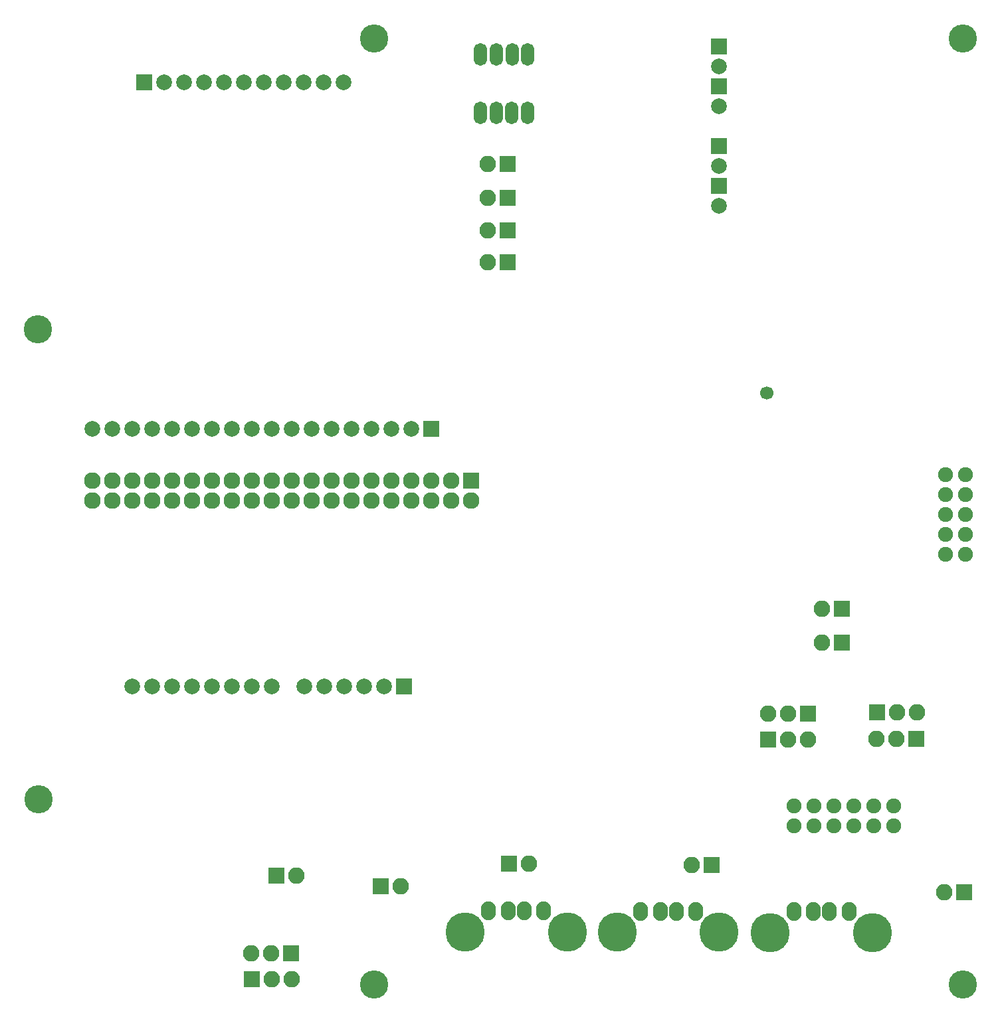
<source format=gbs>
G04 #@! TF.FileFunction,Soldermask,Bot*
%FSLAX46Y46*%
G04 Gerber Fmt 4.6, Leading zero omitted, Abs format (unit mm)*
G04 Created by KiCad (PCBNEW 4.0.0-rc1-stable) date 10.2.2017 11:41:21*
%MOMM*%
G01*
G04 APERTURE LIST*
%ADD10C,0.100000*%
%ADD11C,3.600000*%
%ADD12C,1.906220*%
%ADD13R,2.100000X2.100000*%
%ADD14O,2.100000X2.100000*%
%ADD15C,5.000000*%
%ADD16O,1.900000X2.400000*%
%ADD17C,2.000000*%
%ADD18R,2.000000X2.000000*%
%ADD19O,1.700000X2.900000*%
%ADD20C,1.700000*%
%ADD21R,2.127200X2.127200*%
%ADD22O,2.127200X2.127200*%
G04 APERTURE END LIST*
D10*
D11*
X121790460Y124650500D03*
X121790460Y4000500D03*
X46809660Y4000500D03*
X46809660Y124650500D03*
X3980180Y87596980D03*
X4051300Y27637740D03*
D12*
X113030000Y24206200D03*
X113030000Y26746200D03*
X100330000Y24206200D03*
X100330000Y26746200D03*
X102870000Y24206200D03*
X102870000Y26746200D03*
X105410000Y24206200D03*
X105410000Y26746200D03*
X107950000Y24206200D03*
X107950000Y26746200D03*
X110490000Y24206200D03*
X110490000Y26746200D03*
D13*
X63969900Y19431000D03*
D14*
X66509900Y19431000D03*
D13*
X34404300Y17907000D03*
D14*
X36944300Y17907000D03*
D13*
X89781380Y19286220D03*
D14*
X87241380Y19286220D03*
D13*
X122034300Y15773400D03*
D14*
X119494300Y15773400D03*
D13*
X63830200Y108610400D03*
D14*
X61290200Y108610400D03*
D13*
X63863220Y100197920D03*
D14*
X61323220Y100197920D03*
D13*
X63832740Y96103440D03*
D14*
X61292740Y96103440D03*
D13*
X106433620Y47622460D03*
D14*
X103893620Y47622460D03*
D13*
X106436160Y51899820D03*
D14*
X103896160Y51899820D03*
D13*
X63804800Y104368600D03*
D14*
X61264800Y104368600D03*
D15*
X97309800Y10596900D03*
X110309800Y10596900D03*
D16*
X107309800Y13296900D03*
X100309800Y13296900D03*
X104809800Y13296900D03*
X102809800Y13296900D03*
D15*
X77794980Y10652780D03*
X90794980Y10652780D03*
D16*
X87794980Y13352780D03*
X80794980Y13352780D03*
X85294980Y13352780D03*
X83294980Y13352780D03*
D15*
X58414780Y10718820D03*
X71414780Y10718820D03*
D16*
X68414780Y13418820D03*
X61414780Y13418820D03*
X65914780Y13418820D03*
X63914780Y13418820D03*
D13*
X47673260Y16553180D03*
D14*
X50213260Y16553180D03*
D17*
X90741500Y103301800D03*
D18*
X90741500Y105841800D03*
D17*
X90741500Y108381800D03*
D18*
X90741500Y110921800D03*
D17*
X90741500Y116001800D03*
D18*
X90741500Y118541800D03*
D17*
X90741500Y121081800D03*
D18*
X90741500Y123621800D03*
D12*
X119621300Y69024500D03*
X122161300Y69024500D03*
X119621300Y66484500D03*
X122161300Y66484500D03*
X119621300Y63944500D03*
X122161300Y63944500D03*
X119621300Y61404500D03*
X122161300Y61404500D03*
X119621300Y58864500D03*
X122161300Y58864500D03*
D19*
X66370720Y115204240D03*
X64370720Y115204240D03*
X62370720Y115204240D03*
X60370720Y115204240D03*
X66388500Y122664220D03*
X64388500Y122664220D03*
X62388500Y122664220D03*
X60388500Y122664220D03*
D18*
X17513300Y119091700D03*
D17*
X20053300Y119091700D03*
X22593300Y119091700D03*
X25133300Y119091700D03*
X27673300Y119091700D03*
X42913300Y119091700D03*
X40373300Y119091700D03*
X37833300Y119091700D03*
X35293300Y119091700D03*
X32753300Y119091700D03*
X30213300Y119091700D03*
X10909300Y74866500D03*
X13449300Y74866500D03*
X15989300Y74866500D03*
X18529300Y74866500D03*
X21069300Y74866500D03*
X23609300Y74866500D03*
X26149300Y74866500D03*
X28689300Y74866500D03*
X31229300Y74866500D03*
X33769300Y74866500D03*
X36309300Y74866500D03*
X38849300Y74866500D03*
X41389300Y74866500D03*
X43929300Y74866500D03*
X46469300Y74866500D03*
X49009300Y74866500D03*
X51549300Y74866500D03*
D18*
X54089300Y74866500D03*
D17*
X37925900Y42011600D03*
X40465900Y42011600D03*
X43005900Y42011600D03*
X45545900Y42011600D03*
X48085900Y42011600D03*
X15975900Y42011600D03*
X18515900Y42011600D03*
X21055900Y42011600D03*
X23595900Y42011600D03*
X26135900Y42011600D03*
X28675900Y42011600D03*
X31215900Y42011600D03*
X33755900Y42011600D03*
D18*
X50625900Y42011600D03*
D20*
X96807900Y79432320D03*
D21*
X59169300Y68262500D03*
D22*
X59169300Y65722500D03*
X56629300Y68262500D03*
X56629300Y65722500D03*
X54089300Y68262500D03*
X54089300Y65722500D03*
X51549300Y68262500D03*
X51549300Y65722500D03*
X49009300Y68262500D03*
X49009300Y65722500D03*
X46469300Y68262500D03*
X46469300Y65722500D03*
X43929300Y68262500D03*
X43929300Y65722500D03*
X41389300Y68262500D03*
X41389300Y65722500D03*
X38849300Y68262500D03*
X38849300Y65722500D03*
X36309300Y68262500D03*
X36309300Y65722500D03*
X33769300Y68262500D03*
X33769300Y65722500D03*
X31229300Y68262500D03*
X31229300Y65722500D03*
X28689300Y68262500D03*
X28689300Y65722500D03*
X26149300Y68262500D03*
X26149300Y65722500D03*
X23609300Y68262500D03*
X23609300Y65722500D03*
X21069300Y68262500D03*
X21069300Y65722500D03*
X18529300Y68262500D03*
X18529300Y65722500D03*
X15989300Y68262500D03*
X15989300Y65722500D03*
X13449300Y68262500D03*
X13449300Y65722500D03*
X10909300Y68262500D03*
X10909300Y65722500D03*
D13*
X115928140Y35295840D03*
D14*
X113388140Y35295840D03*
X110848140Y35295840D03*
D13*
X110863380Y38755320D03*
D14*
X113403380Y38755320D03*
X115943380Y38755320D03*
D13*
X102108000Y38567360D03*
D14*
X99568000Y38567360D03*
X97028000Y38567360D03*
D13*
X97058480Y35212020D03*
D14*
X99598480Y35212020D03*
X102138480Y35212020D03*
D13*
X31219140Y4655820D03*
D14*
X33759140Y4655820D03*
X36299140Y4655820D03*
D13*
X36263580Y8008620D03*
D14*
X33723580Y8008620D03*
X31183580Y8008620D03*
M02*

</source>
